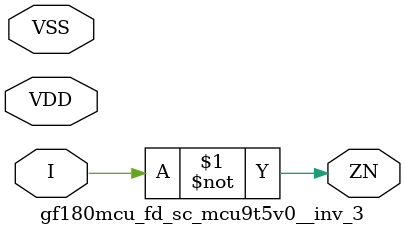
<source format=v>

module gf180mcu_fd_sc_mcu9t5v0__inv_3( I, ZN, VDD, VSS );
input I;
inout VDD, VSS;
output ZN;

	not MGM_BG_0( ZN, I );

endmodule

</source>
